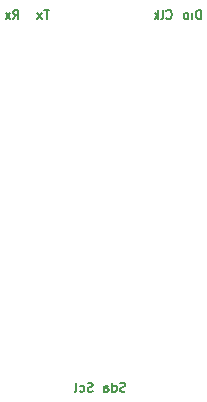
<source format=gbr>
%TF.GenerationSoftware,KiCad,Pcbnew,(6.0.10)*%
%TF.CreationDate,2023-02-14T22:37:11+03:00*%
%TF.ProjectId,BluePill,426c7565-5069-46c6-9c2e-6b696361645f,rev?*%
%TF.SameCoordinates,Original*%
%TF.FileFunction,Legend,Bot*%
%TF.FilePolarity,Positive*%
%FSLAX46Y46*%
G04 Gerber Fmt 4.6, Leading zero omitted, Abs format (unit mm)*
G04 Created by KiCad (PCBNEW (6.0.10)) date 2023-02-14 22:37:11*
%MOMM*%
%LPD*%
G01*
G04 APERTURE LIST*
%ADD10C,0.150000*%
G04 APERTURE END LIST*
D10*
X116615257Y-81177171D02*
X116508114Y-81212885D01*
X116329542Y-81212885D01*
X116258114Y-81177171D01*
X116222400Y-81141457D01*
X116186685Y-81070028D01*
X116186685Y-80998600D01*
X116222400Y-80927171D01*
X116258114Y-80891457D01*
X116329542Y-80855742D01*
X116472400Y-80820028D01*
X116543828Y-80784314D01*
X116579542Y-80748600D01*
X116615257Y-80677171D01*
X116615257Y-80605742D01*
X116579542Y-80534314D01*
X116543828Y-80498600D01*
X116472400Y-80462885D01*
X116293828Y-80462885D01*
X116186685Y-80498600D01*
X115543828Y-81212885D02*
X115543828Y-80462885D01*
X115543828Y-81177171D02*
X115615257Y-81212885D01*
X115758114Y-81212885D01*
X115829542Y-81177171D01*
X115865257Y-81141457D01*
X115900971Y-81070028D01*
X115900971Y-80855742D01*
X115865257Y-80784314D01*
X115829542Y-80748600D01*
X115758114Y-80712885D01*
X115615257Y-80712885D01*
X115543828Y-80748600D01*
X114865257Y-81212885D02*
X114865257Y-80820028D01*
X114900971Y-80748600D01*
X114972400Y-80712885D01*
X115115257Y-80712885D01*
X115186685Y-80748600D01*
X114865257Y-81177171D02*
X114936685Y-81212885D01*
X115115257Y-81212885D01*
X115186685Y-81177171D01*
X115222400Y-81105742D01*
X115222400Y-81034314D01*
X115186685Y-80962885D01*
X115115257Y-80927171D01*
X114936685Y-80927171D01*
X114865257Y-80891457D01*
X113863742Y-81177171D02*
X113756600Y-81212885D01*
X113578028Y-81212885D01*
X113506600Y-81177171D01*
X113470885Y-81141457D01*
X113435171Y-81070028D01*
X113435171Y-80998600D01*
X113470885Y-80927171D01*
X113506600Y-80891457D01*
X113578028Y-80855742D01*
X113720885Y-80820028D01*
X113792314Y-80784314D01*
X113828028Y-80748600D01*
X113863742Y-80677171D01*
X113863742Y-80605742D01*
X113828028Y-80534314D01*
X113792314Y-80498600D01*
X113720885Y-80462885D01*
X113542314Y-80462885D01*
X113435171Y-80498600D01*
X112792314Y-81177171D02*
X112863742Y-81212885D01*
X113006600Y-81212885D01*
X113078028Y-81177171D01*
X113113742Y-81141457D01*
X113149457Y-81070028D01*
X113149457Y-80855742D01*
X113113742Y-80784314D01*
X113078028Y-80748600D01*
X113006600Y-80712885D01*
X112863742Y-80712885D01*
X112792314Y-80748600D01*
X112363742Y-81212885D02*
X112435171Y-81177171D01*
X112470885Y-81105742D01*
X112470885Y-80462885D01*
X123040685Y-49666085D02*
X123040685Y-48916085D01*
X122862114Y-48916085D01*
X122754971Y-48951800D01*
X122683542Y-49023228D01*
X122647828Y-49094657D01*
X122612114Y-49237514D01*
X122612114Y-49344657D01*
X122647828Y-49487514D01*
X122683542Y-49558942D01*
X122754971Y-49630371D01*
X122862114Y-49666085D01*
X123040685Y-49666085D01*
X122290685Y-49666085D02*
X122290685Y-49166085D01*
X121826400Y-49666085D02*
X121897828Y-49630371D01*
X121933542Y-49594657D01*
X121969257Y-49523228D01*
X121969257Y-49308942D01*
X121933542Y-49237514D01*
X121897828Y-49201800D01*
X121826400Y-49166085D01*
X121719257Y-49166085D01*
X121647828Y-49201800D01*
X121612114Y-49237514D01*
X121576400Y-49308942D01*
X121576400Y-49523228D01*
X121612114Y-49594657D01*
X121647828Y-49630371D01*
X121719257Y-49666085D01*
X121826400Y-49666085D01*
X120105057Y-49594657D02*
X120140771Y-49630371D01*
X120247914Y-49666085D01*
X120319342Y-49666085D01*
X120426485Y-49630371D01*
X120497914Y-49558942D01*
X120533628Y-49487514D01*
X120569342Y-49344657D01*
X120569342Y-49237514D01*
X120533628Y-49094657D01*
X120497914Y-49023228D01*
X120426485Y-48951800D01*
X120319342Y-48916085D01*
X120247914Y-48916085D01*
X120140771Y-48951800D01*
X120105057Y-48987514D01*
X119676485Y-49666085D02*
X119747914Y-49630371D01*
X119783628Y-49558942D01*
X119783628Y-48916085D01*
X119390771Y-49666085D02*
X119390771Y-48916085D01*
X119319342Y-49380371D02*
X119105057Y-49666085D01*
X119105057Y-49166085D02*
X119390771Y-49451800D01*
X110195057Y-48916085D02*
X109766485Y-48916085D01*
X109980771Y-49666085D02*
X109980771Y-48916085D01*
X109587914Y-49666085D02*
X109195057Y-49166085D01*
X109587914Y-49166085D02*
X109195057Y-49666085D01*
X107157828Y-49666085D02*
X107407828Y-49308942D01*
X107586400Y-49666085D02*
X107586400Y-48916085D01*
X107300685Y-48916085D01*
X107229257Y-48951800D01*
X107193542Y-48987514D01*
X107157828Y-49058942D01*
X107157828Y-49166085D01*
X107193542Y-49237514D01*
X107229257Y-49273228D01*
X107300685Y-49308942D01*
X107586400Y-49308942D01*
X106907828Y-49666085D02*
X106514971Y-49166085D01*
X106907828Y-49166085D02*
X106514971Y-49666085D01*
M02*

</source>
